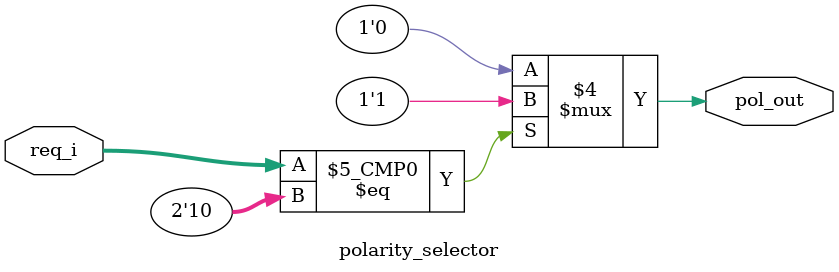
<source format=sv>
module polarity_selector (
    input logic [1:0] req_i,     // 2-bit input request signal (req_i)
    output logic pol_out         // Output signal (polarity_o) representing the selected polarity
);

    // Always block, sensitivity list includes all signals used in the block
    always_comb 
	  begin
        case(req_i)
		    2'b10 : pol_out = 1'b1;
			 2'b01 : pol_out = 1'b0;
		    default : pol_out = 1'b0;
        endcase
	  end	 
endmodule
</source>
